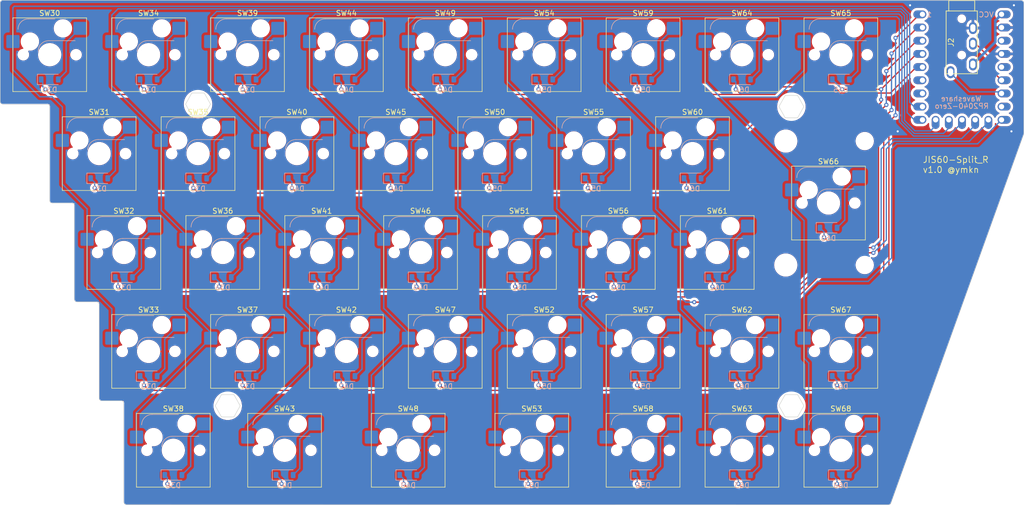
<source format=kicad_pcb>
(kicad_pcb (version 20221018) (generator pcbnew)
  (title_block (title "JIS60-Split_R PCB") (date "2023-05-29") (rev "1.0") (company "@ymkn"))
  (layers (0 "F.Cu" signal) (31 "B.Cu" signal) (34 "B.Paste" user) (35 "F.Paste" user) (36 "B.SilkS" user "B.Silkscreen") (37 "F.SilkS" user "F.Silkscreen") (38 "B.Mask" user) (39 "F.Mask" user) (44 "Edge.Cuts" user))
  (net 0 "")
  (net 1 "ROW0")
  (net 2 "Net-(D30-A)")
  (net 3 "ROW1")
  (net 4 "Net-(D31-A)")
  (net 5 "ROW2")
  (net 6 "Net-(D32-A)")
  (net 7 "ROW3")
  (net 8 "Net-(D33-A)")
  (net 9 "ROW4")
  (net 10 "Net-(D34-A)")
  (net 11 "Net-(D35-A)")
  (net 12 "Net-(D36-A)")
  (net 13 "Net-(D37-A)")
  (net 14 "Net-(D38-A)")
  (net 15 "Net-(D39-A)")
  (net 16 "Net-(D40-A)")
  (net 17 "Net-(D41-A)")
  (net 18 "Net-(D42-A)")
  (net 19 "Net-(D43-A)")
  (net 20 "Net-(D44-A)")
  (net 21 "Net-(D45-A)")
  (net 22 "Net-(D46-A)")
  (net 23 "Net-(D47-A)")
  (net 24 "Net-(D48-A)")
  (net 25 "Net-(D49-A)")
  (net 26 "Net-(D50-A)")
  (net 27 "Net-(D51-A)")
  (net 28 "Net-(D52-A)")
  (net 29 "Net-(D53-A)")
  (net 30 "Net-(D54-A)")
  (net 31 "Net-(D55-A)")
  (net 32 "Net-(D56-A)")
  (net 33 "Net-(D57-A)")
  (net 34 "Net-(D58-A)")
  (net 35 "SDA")
  (net 36 "VCC")
  (net 37 "Data_SCL")
  (net 38 "GND")
  (net 39 "COL0")
  (net 40 "COL1")
  (net 41 "COL2")
  (net 42 "COL3")
  (net 43 "COL4")
  (net 44 "COL5")
  (net 45 "Net-(D59-A)")
  (net 46 "Net-(D60-A)")
  (net 47 "COL6")
  (net 48 "COL7")
  (net 49 "Net-(D61-A)")
  (net 50 "Net-(D62-A)")
  (net 51 "Net-(D63-A)")
  (net 52 "Net-(D64-A)")
  (net 53 "Net-(D65-A)")
  (net 54 "Net-(D66-A)")
  (net 55 "Net-(D67-A)")
  (net 56 "Net-(D68-A)")
  (footprint "Switch_Keyboard_Hotswap_Kailh:SW_Hotswap_Kailh_MX_1.00u" (layer "F.Cu") (at 100.0125 52.3875)
    (fp_text reference "SW45")
    (fp_text value "SW_Push")
  )
  (footprint "Switch_Keyboard_Hotswap_Kailh:SW_Hotswap_Kailh_MX_1.00u" (layer "F.Cu") (at 147.6375 33.3375)
    (fp_text reference "SW59")
    (fp_text value "SW_Push")
  )
  (footprint "Switch_Keyboard_Hotswap_Kailh:SW_Hotswap_Kailh_MX_1.00u" (layer "F.Cu") (at 185.7375 109.5375)
    (fp_text reference "SW68")
    (fp_text value "SW_Push")
  )
  (footprint "Switch_Keyboard_Hotswap_Kailh:SW_Hotswap_Kailh_MX_1.00u" (layer "F.Cu") (at 185.7375 33.3375)
    (fp_text reference "SW65")
    (fp_text value "SW_Push")
  )
  (footprint "Switch_Keyboard_Hotswap_Kailh:SW_Hotswap_Kailh_MX_1.00u" (layer "F.Cu") (at 161.925 71.4375)
    (fp_text reference "SW61")
    (fp_text value "SW_Push")
  )
  (footprint "Switch_Keyboard_Hotswap_Kailh:SW_Hotswap_Kailh_MX_1.00u" (layer "F.Cu") (at 80.9625 52.3875)
    (fp_text reference "SW40")
    (fp_text value "SW_Push")
  )
  (footprint "kbd_Hole:m2_Spacer_Hole_hex" (layer "F.Cu") (at 67.6275 100.965)
    (fp_text reference "Ref**")
    (fp_text value "Val**")
    (fp_line (start -2.4 0) (end -1.2 2.15) (stroke (width 0.1)) (layer "Edge.Cuts"))
    (fp_line (start -1.2 -2.15) (end -2.4 0) (stroke (width 0.1)) (layer "Edge.Cuts"))
    (fp_line (start -1.2 2.15) (end 1.2 2.15) (stroke (width 0.1)) (layer "Edge.Cuts"))
    (fp_line (start 1.2 -2.15) (end -1.2 -2.15) (stroke (width 0.1)) (layer "Edge.Cuts"))
    (fp_line (start 1.2 2.15) (end 2.4 0) (stroke (width 0.1)) (layer "Edge.Cuts"))
    (fp_line (start 2.4 0) (end 1.2 -2.15) (stroke (width 0.1)) (layer "Edge.Cuts"))
  )
  (footprint "Switch_Keyboard_Hotswap_Kailh:SW_Hotswap_Kailh_MX_1.00u" (layer "F.Cu") (at 185.7375 90.4875)
    (fp_text reference "SW67")
    (fp_text value "SW_Push")
  )
  (footprint "Switch_Keyboard_Hotswap_Kailh:SW_Hotswap_Kailh_MX_1.00u" (layer "F.Cu") (at 90.4875 90.4875)
    (fp_text reference "SW42")
    (fp_text value "SW_Push")
  )
  (footprint "Switch_Keyboard_Hotswap_Kailh:SW_Hotswap_Kailh_MX_1.00u" (layer "F.Cu") (at 166.6875 90.4875)
    (fp_text reference "SW62")
    (fp_text value "SW_Push")
  )
  (footprint "Switch_Keyboard_Hotswap_Kailh:SW_Hotswap_Kailh_MX_1.00u" (layer "F.Cu") (at 119.0625 52.3875)
    (fp_text reference "SW50")
    (fp_text value "SW_Push")
  )
  (footprint "Switch_Keyboard_Hotswap_Kailh:SW_Hotswap_Kailh_MX_1.00u" (layer "F.Cu") (at 104.775 71.4375)
    (fp_text reference "SW46")
    (fp_text value "SW_Push")
  )
  (footprint "Switch_Keyboard_Hotswap_Kailh:SW_Hotswap_Kailh_MX_1.00u" (layer "F.Cu") (at 85.725 71.4375)
    (fp_text reference "SW41")
    (fp_text value "SW_Push")
  )
  (footprint "Switch_Keyboard_Hotswap_Kailh:SW_Hotswap_Kailh_MX_1.25u" (layer "F.Cu") (at 102.39375 109.5375)
    (fp_text reference "SW48")
    (fp_text value "SW_Push")
  )
  (footprint "Switch_Keyboard_Hotswap_Kailh:SW_Hotswap_Kailh_MX_1.00u" (layer "F.Cu") (at 166.6875 33.3375)
    (fp_text reference "SW64")
    (fp_text value "SW_Push")
  )
  (footprint "Switch_Keyboard_Hotswap_Kailh:SW_Hotswap_Kailh_MX_1.00u" (layer "F.Cu") (at 57.15 109.5375)
    (fp_text reference "SW38")
    (fp_text value "SW_Push")
  )
  (footprint "Switch_Keyboard_Hotswap_Kailh:SW_Hotswap_Kailh_MX_1.00u" (layer "F.Cu") (at 42.8625 52.3875)
    (fp_text reference "SW31")
    (fp_text value "SW_Push")
  )
  (footprint "Switch_Keyboard_Hotswap_Kailh:SW_Hotswap_Kailh_MX_1.00u" (layer "F.Cu") (at 33.3375 33.3375)
    (fp_text reference "SW30")
    (fp_text value "SW_Push")
  )
  (footprint "Switch_Keyboard_Hotswap_Kailh:SW_Hotswap_Kailh_MX_1.00u" (layer "F.Cu") (at 71.4375 90.4875)
    (fp_text reference "SW37")
    (fp_text value "SW_Push")
  )
  (footprint "Switch_Keyboard_Hotswap_Kailh:SW_Hotswap_Kailh_MX_1.00u" (layer "F.Cu") (at 128.5875 33.3375)
    (fp_text reference "SW54")
    (fp_text value "SW_Push")
  )
  (footprint "Switch_Keyboard_Hotswap_Kailh:SW_Hotswap_Kailh_MX_1.00u" (layer "F.Cu") (at 52.3875 33.3375)
    (fp_text reference "SW34")
    (fp_text value "SW_Push")
  )
  (footprint "Switch_Keyboard_Hotswap_Kailh:SW_Hotswap_Kailh_MX_1.00u" (layer "F.Cu") (at 66.675 71.4375)
    (fp_text reference "SW36")
    (fp_text value "SW_Push")
  )
  (footprint "Switch_Keyboard_Hotswap_Kailh:SW_Hotswap_Kailh_MX_1.00u" (layer "F.Cu") (at 157.1625 52.3875)
    (fp_text reference "SW60")
    (fp_text value "SW_Push")
  )
  (footprint "Switch_Keyboard_Hotswap_Kailh:SW_Hotswap_Kailh_MX_1.00u" (layer "F.Cu") (at 109.5375 33.3375)
    (fp_text reference "SW49")
    (fp_text value "SW_Push")
  )
  (footprint "Switch_Keyboard_Hotswap_Kailh:SW_Hotswap_Kailh_MX_1.00u" (layer "F.Cu") (at 109.5375 90.4875)
    (fp_text reference "SW47")
    (fp_text value "SW_Push")
  )
  (footprint "Switch_Keyboard_Hotswap_Kailh:SW_Hotswap_Kailh_MX_1.00u" (layer "F.Cu") (at 147.6375 109.5375)
    (fp_text reference "SW58")
    (fp_text value "SW_Push")
  )
  (footprint "Switch_Keyboard_Hotswap_Kailh:SW_Hotswap_Kailh_MX_1.25u" (layer "F.Cu") (at 78.58125 109.5375)
    (fp_text reference "SW43")
    (fp_text value "SW_Push")
  )
  (footprint "kbd_Hole:m2_Spacer_Hole_hex" (layer "F.Cu") (at 61.9125 42.8625)
    (fp_text reference "Ref**")
    (fp_text value "Val**")
    (fp_line (start -2.4 0) (end -1.2 2.15) (stroke (width 0.1)) (layer "Edge.Cuts"))
    (fp_line (start -1.2 -2.15) (end -2.4 0) (stroke (width 0.1)) (layer "Edge.Cuts"))
    (fp_line (start -1.2 2.15) (end 1.2 2.15) (stroke (width 0.1)) (layer "Edge.Cuts"))
    (fp_line (start 1.2 -2.15) (end -1.2 -2.15) (stroke (width 0.1)) (layer "Edge.Cuts"))
    (fp_line (start 1.2 2.15) (end 2.4 0) (stroke (width 0.1)) (layer "Edge.Cuts"))
    (fp_line (start 2.4 0) (end 1.2 -2.15) (stroke (width 0.1)) (layer "Edge.Cuts"))
  )
  (footprint "Switch_Keyboard_Hotswap_Kailh:SW_Hotswap_Kailh_MX_1.00u" (layer "F.Cu") (at 142.875 71.4375)
    (fp_text reference "SW56")
    (fp_text value "SW_Push")
  )
  (footprint "MJ-4PP-9:MJ-4PP-9" (layer "F.Cu") (at 209.07375 30.95625 -90)
    (fp_text reference "J2")
    (fp_text value "MJ-4PP-9")
  )
  (footprint "Switch_Keyboard_Hotswap_Kailh:SW_Hotswap_Kailh_MX_1.00u" (layer "F.Cu") (at 147.6375 90.4875)
    (fp_text reference "SW57")
    (fp_text value "SW_Push")
  )
  (footprint "Switch_Keyboard_Hotswap_Kailh:SW_Hotswap_Kailh_MX_1.00u" (layer "F.Cu") (at 61.9125 52.3875)
    (fp_text reference "SW35")
    (fp_text value "SW_Push")
  )
  (footprint "Switch_Keyboard_Hotswap_Kailh:SW_Hotswap_Kailh_MX_ISOEnter" (layer "F.Cu") (at 183.35625 61.9125)
    (fp_text reference "SW66")
    (fp_text value "SW_Push")
  )
  (footprint "Switch_Keyboard_Hotswap_Kailh:SW_Hotswap_Kailh_MX_1.00u" (layer "F.Cu") (at 128.5875 90.4875)
    (fp_text reference "SW52")
    (fp_text value "SW_Push")
  )
  (footprint "Switch_Keyboard_Hotswap_Kailh:SW_Hotswap_Kailh_MX_1.00u" (layer "F.Cu") (at 47.625 71.4375)
    (fp_text reference "SW32")
    (fp_text value "SW_Push")
  )
  (footprint "kbd_Hole:m2_Spacer_Hole_hex" (layer "F.Cu") (at 176.2125 43.33875)
    (fp_text reference "Ref**")
    (fp_text value "Val**")
    (fp_line (start -2.4 0) (end -1.2 2.15) (stroke (width 0.1)) (layer "Edge.Cuts"))
    (fp_line (start -1.2 -2.15) (end -2.4 0) (stroke (width 0.1)) (layer "Edge.Cuts"))
    (fp_line (start -1.2 2.15) (end 1.2 2.15) (stroke (width 0.1)) (layer "Edge.Cuts"))
    (fp_line (start 1.2 -2.15) (end -1.2 -2.15) (stroke (width 0.1)) (layer "Edge.Cuts"))
    (fp_line (start 1.2 2.15) (end 2.4 0) (stroke (width 0.1)) (layer "Edge.Cuts"))
    (fp_line (start 2.4 0) (end 1.2 -2.15) (stroke (width 0.1)) (layer "Edge.Cuts"))
  )
  (footprint "kbd_Hole:m2_Spacer_Hole_hex" (layer "F.Cu") (at 176.2125 100.965)
    (fp_text reference "Ref**")
    (fp_text value "Val**")
    (fp_line (start -2.4 0) (end -1.2 2.15) (stroke (width 0.1)) (layer "Edge.Cuts"))
    (fp_line (start -1.2 -2.15) (end -2.4 0) (stroke (width 0.1)) (layer "Edge.Cuts"))
    (fp_line (start -1.2 2.15) (end 1.2 2.15) (stroke (width 0.1)) (layer "Edge.Cuts"))
    (fp_line (start 1.2 -2.15) (end -1.2 -2.15) (stroke (width 0.1)) (layer "Edge.Cuts"))
    (fp_line (start 1.2 2.15) (end 2.4 0) (stroke (width 0.1)) (layer "Edge.Cuts"))
    (fp_line (start 2.4 0) (end 1.2 -2.15) (stroke (width 0.1)) (layer "Edge.Cuts"))
  )
  (footprint "Switch_Keyboard_Hotswap_Kailh:SW_Hotswap_Kailh_MX_1.00u" (layer "F.Cu") (at 138.1125 52.3875)
    (fp_text reference "SW55")
    (fp_text value "SW_Push")
  )
  (footprint "Switch_Keyboard_Hotswap_Kailh:SW_Hotswap_Kailh_MX_1.25u" (layer "F.Cu") (at 126.20625 109.5375)
    (fp_text reference "SW53")
    (fp_text value "SW_Push")
  )
  (footprint "Mounting_Keyboard_Stabilizer:Stabilizer_Cherry_MX_2.00u" (layer "F.Cu") (at 183.35625 61.9125 -90)
    (fp_text reference "REF**" hide)
    (fp_text value "Stabilizer_Cherry_MX_2.00u")
  )
  (footprint "Switch_Keyboard_Hotswap_Kailh:SW_Hotswap_Kailh_MX_1.00u" (layer "F.Cu") (at 166.6875 109.5375)
    (fp_text reference "SW63")
    (fp_text value "SW_Push")
  )
  (footprint "Switch_Keyboard_Hotswap_Kailh:SW_Hotswap_Kailh_MX_1.00u" (layer "F.Cu") (at 71.4375 33.3375)
    (fp_text reference "SW39")
    (fp_text value "SW_Push")
  )
  (footprint "Switch_Keyboard_Hotswap_Kailh:SW_Hotswap_Kailh_MX_1.00u" (layer "F.Cu") (at 52.3875 90.4875)
    (fp_text reference "SW33")
    (fp_text value "SW_Push")
  )
  (footprint "Switch_Keyboard_Hotswap_Kailh:SW_Hotswap_Kailh_MX_1.00u" (layer "F.Cu") (at 123.825 71.4375)
    (fp_text reference "SW51")
    (fp_text value "SW_Push")
  )
  (footprint "Switch_Keyboard_Hotswap_Kailh:SW_Hotswap_Kailh_MX_1.00u" (layer "F.Cu") (at 90.4875 33.3375)
    (fp_text reference "SW44")
    (fp_text value "SW_Push")
  )
  (footprint "Diode_SMD:D_SOD-123" (layer "B.Cu") (at 147.6375 114.3)
    (fp_text reference "D58")
    (fp_text value "1N4148W")
  )
  (footprint "Diode_SMD:D_SOD-123" (layer "B.Cu") (at 185.7375 38.1)
    (fp_text reference "D65")
    (fp_text value "1N4148W")
  )
  (footprint "Diode_SMD:D_SOD-123" (layer "B.Cu") (at 42.8625 57.15)
    (fp_text reference "D31")
    (fp_text value "1N4148W")
  )
  (footprint "Diode_SMD:D_SOD-123" (layer "B.Cu") (at 90.4875 38.1)
    (fp_text reference "D44")
    (fp_text value "1N4148W")
  )
  (footprint "Diode_SMD:D_SOD-123" (layer "B.Cu") (at 147.6375 38.1)
    (fp_text reference "D59")
    (fp_text value "1N4148W")
  )
  (footprint "Diode_SMD:D_SOD-123" (layer "B.Cu") (at 183.35625 66.675)
    (fp_text reference "D66")
    (fp_text value "1N4148W")
  )
  (footprint "Diode_SMD:D_SOD-123" (layer "B.Cu") (at 90.4875 95.25)
    (fp_text reference "D42")
    (fp_text value "1N4148W")
  )
  (footprint "Diode_SMD:D_SOD-123" (layer "B.Cu") (at 142.875 76.2)
    (fp_text reference "D56")
    (fp_text value "1N4148W")
  )
  (footprint "Diode_SMD:D_SOD-123" (layer "B.Cu") (at 57.15 114.3)
    (fp_text reference "D38")
    (fp_text value "1N4148W")
  )
  (footprint "Diode_SMD:D_SOD-123" (layer "B.Cu") (at 47.625 76.2)
    (fp_text reference "D32")
    (fp_text value "1N4148W")
  )
  (footprint "Diode_SMD:D_SOD-123" (layer "B.Cu") (at 71.4375 38.1)
    (fp_text reference "D39")
    (fp_text value "1N4148W")
  )
  (footprint "Diode_SMD:D_SOD-123" (layer "B.Cu") (at 166.6875 114.3)
    (fp_text reference "D63")
    (fp_text value "1N4148W")
  )
  (footprint "Diode_SMD:D_SOD-123" (layer "B.Cu") (at 161.925 76.2)
    (fp_text reference "D61")
    (fp_text value "1N4148W")
  )
  (footprint "Diode_SMD:D_SOD-123" (layer "B.Cu") (at 102.39375 114.3)
    (fp_text reference "D48")
    (fp_text value "1N4148W")
  )
  (footprint "Diode_SMD:D_SOD-123" (layer "B.Cu") (at 126.20625 114.3)
    (fp_text reference "D53")
    (fp_text value "1N4148W")
  )
  (footprint "Diode_SMD:D_SOD-123" (layer "B.Cu") (at 109.5375 38.1)
    (fp_text reference "D49")
    (fp_text value "1N4148W")
  )
  (footprint "Diode_SMD:D_SOD-123" (layer "B.Cu") (at 166.6875 95.25)
    (fp_text reference "D62")
    (fp_text value "1N4148W")
  )
  (footprint "Diode_SMD:D_SOD-123" (layer "B.Cu") (at 71.4375 95.25)
    (fp_text reference "D37")
    (fp_text value "1N4148W")
  )
  (footprint "Diode_SMD:D_SOD-123" (layer "B.Cu") (at 33.3375 38.1)
    (fp_text reference "D30")
    (fp_text value "1N4148W")
  )
  (footprint "Diode_SMD:D_SOD-123" (layer "B.Cu") (at 100.0125 57.15)
    (fp_text reference "D45")
    (fp_text value "1N4148W")
  )
  (footprint "Diode_SMD:D_SOD-123" (layer "B.Cu") (at 109.5375 95.25)
    (fp_text reference "D47")
    (fp_text value "1N4148W")
  )
  (footprint "Diode_SMD:D_SOD-123" (layer "B.Cu") (at 80.9625 57.15)
    (fp_text reference "D40")
    (fp_text value "1N4148W")
  )
  (footprint "Diode_SMD:D_SOD-123" (layer "B.Cu") (at 66.675 76.2)
    (fp_text reference "D36")
    (fp_text value "1N4148W")
  )
  (footprint "Diode_SMD:D_SOD-123" (layer "B.Cu") (at 166.6875 38.1)
    (fp_text reference "D64")
    (fp_text value "1N4148W")
  )
  (footprint "Diode_SMD:D_SOD-123" (layer "B.Cu") (at 185.7375 114.3)
    (fp_text reference "D68")
    (fp_text value "1N4148W")
  )
  (footprint "Diode_SMD:D_SOD-123" (layer "B.Cu") (at 138.1125 57.15)
    (fp_text reference "D55")
    (fp_text value "1N4148W")
  )
  (footprint "Diode_SMD:D_SOD-123" (layer "B.Cu") (at 157.1625 57.15)
    (fp_text reference "D60")
    (fp_text value "1N4148W")
  )
  (footprint "Diode_SMD:D_SOD-123" (layer "B.Cu") (at 104.775 76.2)
    (fp_text reference "D46")
    (fp_text value "1N4148W")
  )
  (footprint "Diode_SMD:D_SOD-123" (layer "B.Cu") (at 123.825 76.2)
    (fp_text reference "D51")
    (fp_text value "1N4148W")
  )
  (footprint "Diode_SMD:D_SOD-123" (layer "B.Cu") (at 128.5875 38.1)
    (fp_text reference "D54")
    (fp_text value "1N4148W")
  )
  (footprint "Diode_SMD:D_SOD-123" (layer "B.Cu") (at 78.58125 114.3)
    (fp_text reference "D43")
    (fp_text value "1N4148W")
  )
  (footprint "Diode_SMD:D_SOD-123" (layer "B.Cu") (at 185.7375 95.25)
    (fp_text reference "D67")
    (fp_text value "1N4148W")
  )
  (footprint "Diode_SMD:D_SOD-123" (layer "B.Cu") (at 119.0625 57.15)
    (fp_text reference "D50")
    (fp_text value "1N4148W")
  )
  (footprint "Diode_SMD:D_SOD-123" (layer "B.Cu") (at 61.9125 57.15)
    (fp_text reference "D35")
    (fp_text value "1N4148W")
  )
  (footprint "Diode_SMD:D_SOD-123" (layer "B.Cu") (at 128.5875 95.25)
    (fp_text reference "D52")
    (fp_text value "1N4148W")
  )
  (footprint "Diode_SMD:D_SOD-123" (layer "B.Cu") (at 147.6375 95.25)
    (fp_text reference "D57")
    (fp_text value "1N4148W")
  )
  (footprint "mcu:rp2040-zero-tht" (layer "B.Cu") (at 209.07375 35.71875 180)
    (fp_text reference "U2" hide)
    (fp_text value "rp2040-zero" hide)
  )
  (footprint "Diode_SMD:D_SOD-123" (layer "B.Cu") (at 85.725 76.2)
    (fp_text reference "D41")
    (fp_text value "1N4148W")
  )
  (footprint "Diode_SMD:D_SOD-123" (layer "B.Cu") (at 52.3875 95.25)
    (fp_text reference "D33")
    (fp_text value "1N4148W")
  )
  (footprint "Diode_SMD:D_SOD-123" (layer "B.Cu") (at 52.3875 38.1)
    (fp_text reference "D34")
    (fp_text value "1N4148W")
  )
  (gr_arc (start 43.362469 100.000655) (mid 43.008916 99.854208) (end 42.862469 99.500655) (stroke (width 0.1)) (layer "Edge.Cuts"))
  (gr_arc (start 42.362469 80.950655) (mid 42.716022 81.097102) (end 42.862469 81.450655) (stroke (width 0.1)) (layer "Edge.Cuts"))
  (gr_line (start 194.915785 120.026848) (end 48.124969 120.003155) (stroke (width 0.1)) (layer "Edge.Cuts"))
  (gr_arc (start 37.623719 61.900655) (mid 37.960493 62.040131) (end 38.099969 62.376905) (stroke (width 0.1)) (layer "Edge.Cuts"))
  (gr_line (start 42.862469 81.450655) (end 42.862469 99.500655) (stroke (width 0.1)) (layer "Edge.Cuts"))
  (gr_arc (start 220.48003 22.871844) (mid 220.833551 23.018315) (end 220.979969 23.371844) (stroke (width 0.1)) (layer "Edge.Cuts"))
  (gr_arc (start 220.979954 48.502161) (mid 220.972519 48.588105) (end 220.950423 48.671493) (stroke (width 0.1)) (layer "Edge.Cuts"))
  (gr_arc (start 24.288719 42.850655) (mid 23.951945 42.711179) (end 23.812469 42.374405) (stroke (width 0.1)) (layer "Edge.Cuts"))
  (gr_line (start 47.624969 100.500655) (end 47.624969 119.503155) (stroke (width 0.1)) (layer "Edge.Cuts"))
  (gr_line (start 23.812469 23.348155) (end 23.812469 42.374405) (stroke (width 0.1)) (layer "Edge.Cuts"))
  (gr_line (start 33.813719 61.900655) (end 37.623719 61.900655) (stroke (width 0.1)) (layer "Edge.Cuts"))
  (gr_arc (start 23.812469 23.348156) (mid 23.958916 22.994602) (end 24.31247 22.848155) (stroke (width 0.1)) (layer "Edge.Cuts"))
  (gr_line (start 24.288719 42.850655) (end 32.861219 42.850655) (stroke (width 0.1)) (layer "Edge.Cuts"))
  (gr_arc (start 195.386349 119.69619) (mid 195.203362 119.935944) (end 194.915785 120.026848) (stroke (width 0.1)) (layer "Edge.Cuts"))
  (gr_line (start 38.099969 62.376905) (end 38.099969 80.450655) (stroke (width 0.1)) (layer "Edge.Cuts"))
  (gr_arc (start 33.813719 61.900655) (mid 33.476945 61.761179) (end 33.337469 61.424405) (stroke (width 0.1)) (layer "Edge.Cuts"))
  (gr_line (start 220.979969 48.502161) (end 220.979969 23.371844) (stroke (width 0.1)) (layer "Edge.Cuts"))
  (gr_line (start 195.38632 119.69618) (end 220.950423 48.671493) (stroke (width 0.1)) (layer "Edge.Cuts"))
  (gr_arc (start 47.124969 100.000655) (mid 47.478522 100.147102) (end 47.624969 100.500655) (stroke (width 0.1)) (layer "Edge.Cuts"))
  (gr_arc (start 48.124969 120.003155) (mid 47.771416 119.856708) (end 47.624969 119.503155) (stroke (width 0.1)) (layer "Edge.Cuts"))
  (gr_line (start 38.599969 80.950655) (end 42.362469 80.950655) (stroke (width 0.1)) (layer "Edge.Cuts"))
  (gr_line (start 33.337469 43.326905) (end 33.337469 61.424405) (stroke (width 0.1)) (layer "Edge.Cuts"))
  (gr_arc (start 38.599969 80.950655) (mid 38.246416 80.804208) (end 38.099969 80.450655) (stroke (width 0.1)) (layer "Edge.Cuts"))
  (gr_arc (start 32.861219 42.850655) (mid 33.197993 42.990131) (end 33.337469 43.326905) (stroke (width 0.1)) (layer "Edge.Cuts"))
  (gr_line (start 43.362469 100.000655) (end 47.124969 100.000655) (stroke (width 0.1)) (layer "Edge.Cuts"))
  (gr_line (start 24.31247 22.848155) (end 220.48003 22.871844) (stroke (width 0.1)) (layer "Edge.Cuts"))
  (gr_text "Waveshare" (at 212.88375 42.38625) (layer "B.SilkS") (effects (font (size 1 1)) (justify left bottom mirror)))
  (gr_text "VCC" (at 215.265 26.19375) (layer "B.SilkS") (effects (font (size 1 1)) (justify left bottom mirror)))
  (gr_text "1" (at 203.35875 26.19375) (layer "B.SilkS") (effects (font (size 1 1)) (justify left bottom mirror)))
  (gr_text "RP2040-Zero" (at 214.3125 43.815) (layer "B.SilkS") (effects (font (size 1 1)) (justify left bottom mirror)))
  (gr_text "JIS60-Split_R\nv1.0 @ymkn" (at 201.45375 56.1975) (layer "F.SilkS") (effects (font (size 1.2 1.2)) (justify left bottom)))
  (segment (start 90.5 41) (end 89.5 40) (width 0.25) (layer "F.Cu") (net 1))
  (segment (start 174.47125 39.52875) (end 173 41) (width 0.25) (layer "F.Cu") (net 1))
  (segment (start 173 41) (end 166.5 41) (width 0.25) (layer "F.Cu") (net 1))
  (segment (start 161.015 41) (end 159.54375 39.52875) (width 0.25) (layer "F.Cu") (net 1))
  (segment (start 159.54375 39.52875) (end 154.78125 39.52875) (width 0.25) (layer "F.Cu") (net 1))
  (segment (start 200.28125 35.71875) (end 195.275 40.725) (width 0.25) (layer "F.Cu") (net 1))
  (segment (start 166.5 41) (end 161.015 41) (width 0.25) (layer "F.Cu") (net 1))
  (segment (start 147.5 41) (end 128.5 41) (width 0.25) (layer "F.Cu") (net 1))
  (segment (start 153.31 41) (end 147.5 41) (width 0.25) (layer "F.Cu") (net 1))
  (segment (start 71.5 41) (end 70.5 40) (width 0.25) (layer "F.Cu") (net 1))
  (segment (start 58.53625 41) (end 52.5 41) (width 0.25) (layer "F.Cu") (net 1))
  (segment (start 185.699695 40.725) (end 184.503445 39.52875) (width 0.25) (layer "F.Cu") (net 1))
  (segment (start 65.24625 40.9575) (end 63.8175 39.52875) (width 0.25) (layer "F.Cu") (net 1))
  (segment (start 195.275 40.725) (end 185.699695 40.725) (width 0.25) (layer "F.Cu") (net 1))
  (segment (start 60.0075 39.52875) (end 58.53625 41) (width 0.25) (layer "F.Cu") (net 1))
  (segment (start 201.45375 35.71875) (end 200.28125 35.71875) (width 0.25) (layer "F.Cu") (net 1))
  (segment (start 147.5 41) (end 146.5 40) (width 0.25) (layer "F.Cu") (net 1))
  (segment (start 71.4575 40.9575) (end 65.24625 40.9575) (width 0.25) (layer "F.Cu") (net 1))
  (segment (start 71.5 41) (end 71.4575 40.9575) (width 0.25) (layer "F.Cu") (net 1))
  (segment (start 128.5 41) (end 109.5 41) (width 0.25) (layer "F.Cu") (net 1))
  (segment (start 166.5 41) (end 165.5 40) (width 0.25) (layer "F.Cu") (net 1))
  (segment (start 109.5 41) (end 90.5 41) (width 0.25) (layer "F.Cu") (net 1))
  (segment (start 184.503445 39.52875) (end 174.47125 39.52875) (width 0.25) (layer "F.Cu") (net 1))
  (segment (start 154.78125 39.52875) (end 153.31 41) (width 0.25) (layer "F.Cu") (net 1))
  (segment (start 63.8175 39.52875) (end 60.0075 39.52875) (width 0.25) (layer "F.Cu") (net 1))
  (segment (start 52.5 41) (end 51.5 40) (width 0.25) (layer "F.Cu") (net 1))
  (segment (start 52.5 41) (end 33.5 41) (width 0.25) (layer "F.Cu") (net 1))
  (segment (start 33.5 41) (end 32.5 40) (width 0.25) (layer "F.Cu") (net 1))
  (segment (start 90.5 41) (end 71.5 41) (width 0.25) (layer "F.Cu") (net 1))
  (segment (start 109.5 41) (end 108.5 40) (width 0.25) (layer "F.Cu") (net 1))
  (segment (start 128.5 41) (end 127.5 40) (width 0.25) (layer "F.Cu") (net 1))
  (via (at 51.5 40) (size 0.8) (drill 0.4) (layers "F.Cu" "B.Cu") (net 1))
  (via (at 165.5 40) (size 0.8) (drill 0.4) (layers "F.Cu" "B.Cu") (net 1))
  (via (at 127.5 40) (size 0.8) (drill 0.4) (layers "F.Cu" "B.Cu") (net 1))
  (via (at 146.5 40) (size 0.8) (drill 0.4) (layers "F.Cu" "B.Cu") (net 1))
  (via (at 108.5 40) (size 0.8) (drill 0.4) (layers "F.Cu" "B.Cu") (net 1))
  (via (at 32.5 40) (size 0.8) (drill 0.4) (layers "F.Cu" "B.Cu") (net 1))
  (via (at 70.5 40) (size 0.8) (drill 0.4) (layers "F.Cu" "B.Cu") (net 1))
  (via (at 89.5 40) (size 0.8) (drill 0.4) (layers "F.Cu" "B.Cu") (net 1))
  (segment (start 32.5 40) (end 32 39.5) (width 0.25) (layer "B.Cu") (net 1))
  (segment (start 70.5 40) (end 70.5 38.8125) (width 0.25) (layer "B.Cu") (net 1))
  (segment (start 127.5 38.6625) (end 126.9375 38.1) (width 0.25) (layer "B.Cu") (net 1))
  (segment (start 146.5 40) (end 146.5 38.6125) (width 0.25) (layer "B.Cu") (net 1))
  (segment (start 89.5 38.7625) (end 88.8375 38.1) (width 0.25) (layer "B.Cu") (net 1))
  (segment (start 108.5 40) (end 108.5 38.7125) (width 0.25) (layer "B.Cu") (net 1))
  (segment (start 70.5 38.8125) (end 69.7875 38.1) (width 0.25) (layer "B.Cu") (net 1))
  (segment (start 51 39.5) (end 51 38.3625) (width 0.25) (layer "B.Cu") (net 1))
  (segment (start 165.5 40) (end 165.5 38.5625) (width 0.25) (layer "B.Cu") (net 1))
  (segment (start 51 38.3625) (end 50.7375 38.1) (width 0.25) (layer "B.Cu") (net 1))
  (segment (start 108.5 38.7125) (end 107.8875 38.1) (width 0.25) (layer "B.Cu") (net 1))
  (segment (start 146.5 38.6125) (end 145.9875 38.1) (width 0.25) (layer "B.Cu") (net 1))
  (segment (start 89.5 40) (end 89.5 38.7625) (width 0.25) (layer "B.Cu") (net 1))
  (segment (start 32 38.4125) (end 31.6875 38.1) (width 0.25) (layer "B.Cu") (net 1))
  (segment (start 165.5 38.5625) (end 165.0375 38.1) (width 0.25) (layer "B.Cu") (net 1))
  (segment (start 51.5 40) (end 51 39.5) (width 0.25) (layer "B.Cu") (net 1))
  (segment (start 32 39.5) (end 32 38.4125) (width 0.25) (layer "B.Cu") (net 1))
  (segment (start 127.5 40) (end 127.5 38.6625) (width 0.25) (layer "B.Cu") (net 1))
  (segment (start 36.5 36.5875) (end 34.9875 38.1) (width 0.25) (layer "B.Cu") (net 2))
  (segment (start 39.1795 28.2575) (end 36.5 30.937) (width 0.25) (layer "B.Cu") (net 2))
  (segment (start 36.5 30.937) (end 36.5 36.5875) (width 0.25) (layer "B.Cu") (net 2))
  (segment (start 193.5 42.5) (end 189.3275 46.6725) (width 0.25) (layer "F.Cu") (net 3))
  (segment (start 100 60) (end 81 60) (width 0.25) (layer "F.Cu") (net 3))
  (segment (start 81 60) (end 62 60) (width 0.25) (layer "F.Cu") (net 3))
  (segment (start 119 60) (end 118 59) (width 0.25) (layer "F.Cu") (net 3))
  (segment (start 166 59) (end 165 60) (width 0.25) (layer "F.Cu") (net 3))
  (segment (start 201.45375 33.17875) (end 200.32125 33.17875) (width 0.25) (layer "F.Cu") (net 3))
  (segment (start 200.32125 33.17875) (end 193.5 40) (width 0.25) (layer "F.Cu") (net 3))
  (segment (start 62 60) (end 61 59) (width 0.25) (layer "F.Cu") (net 3))
  (segment (start 81 60) (end 80 59) (width 0.25) (layer "F.Cu") (net 3))
  (segment (start 165 60) (end 157 60) (width 0.25) (layer "F.Cu") (net 3))
  (segment (start 43 60) (end 42 59) (width 0.25) (layer "F.Cu") (net 3))
  (segment (start 189.3275 46.6725) (end 168.8275 46.6725) (width 0.25) (layer "F.Cu") (net 3))
  (segment (start 100 60) (end 99 59) (width 0.25) (layer "F.Cu") (net 3))
  (segment (start 166 49.5) (end 166 59) (width 0.25) (layer "F.Cu") (net 3))
  (segment (start 157 60) (end 138 60) (width 0.25) (layer "F.Cu") (net 3))
  (segment (start 62 60) (end 43 60) (width 0.25) (layer "F.Cu") (net 3))
  (segment (start 138 60) (end 119 60) (width 0.25) (layer "F.Cu") (net 3))
  (segment (start 193.5 42) (end 193.5 42.5) (width 0.25) (layer "F.Cu") (net 3))
  (segment (start 193.5 40) (end 186 40) (width 0.25) (layer "F.Cu") (net 3))
  (segment (start 138 60) (end 137 59) (width 0.25) (layer "F.Cu") (net 3))
  (segment (start 119 60) (end 100 60) (width 0.25) (layer "F.Cu") (net 3))
  (segment (start 168.8275 46.6725) (end 166 49.5) (width 0.25) (layer "F.Cu") (net 3))
  (segment (start 157 60) (end 156 59) (width 0.25) (layer "F.Cu") (net 3))
  (via (at 137 59) (size 0.8) (drill 0.4) (layers "F.Cu" "B.Cu") (net 3))
  (via (at 118 59) (size 0.8) (drill 0.4) (layers "F.Cu" "B.Cu") (net 3))
  (via (at 61 59) (size 0.8) (drill 0.4) (layers "F.Cu" "B.Cu") (net 3))
  (via (at 156 59) (size 0.8) (drill 0.4) (layers "F.Cu" "B.Cu") (net 3))
  (via (at 186 40) (size 0.8) (drill 0.4) (layers "F.Cu" "B.Cu") (net 3))
  (via (at 42 59) (size 0.8) (drill 0.4) (layers "F.Cu" "B.Cu") (net 3))
  (via (at 193.5 40) (size 0.8) (drill 0.4) (layers "F.Cu" "B.Cu") (net 3))
  (via (at 99 59) (size 0.8) (drill 0.4) (layers "F.Cu" "B.Cu") (net 3))
  (via (at 193.5 42) (size 0.8) (drill 0.4) (layers "F.Cu" "B.Cu") (net 3))
  (via (at 80 59) (size 0.8) (drill 0.4) (layers "F.Cu" "B.Cu") (net 3))
  (segment (start 42 59) (end 42 57.9375) (width 0.25) (layer "B.Cu") (net 3))
  (segment (start 118 57.7375) (end 117.4125 57.15) (width 0.25) (layer "B.Cu") (net 3))
  (segment (start 137 57.6875) (end 136.4625 57.15) (width 0.25) (layer "B.Cu") (net 3))
  (segment (start 185.9875 40) (end 184.0875 38.1) (width 0.25) (layer "B.Cu") (net 3))
  (segment (start 80 57.8375) (end 79.3125 57.15) (width 0.25) (layer "B.Cu") (net 3))
  (segment (start 61 57.8875) (end 60.2625 57.15) (width 0.25) (layer "B.Cu") (net 3))
  (segment (start 99 59) (end 99 57.7875) (width 0.25) (layer "B.Cu") (net 3))
  (segment (start 118 59) (end 118 57.7375) (width 0.25) (layer "B.Cu") (net 3))
  (segment (start 99 57.7875) (end 98.3625 57.15) (width 0.25) (layer "B.Cu") (net 3))
  (segment (start 61 59) (end 61 57.8875) (width 0.25) (layer "B.Cu") (net 3))
  (segment (start 156 57.6375) (end 155.5125 57.15) (width 0.25) (layer "B.Cu") (net 3))
  (segment (start 137 59) (end 137 57.6875) (width 0.25) (layer "B.Cu") (net 3))
  (segment (start 156 59) (end 156 57.6375) (width 0.25) (layer "B.Cu") (net 3))
  (segment (start 80 59) (end 80 57.8375) (width 0.25) (layer "B.Cu") (net 3))
  (segment (start 186 40) (end 185.9875 40) (width 0.25) (layer "B.Cu") (net 3))
  (segment (start 193.5 40) (end 193.5 42) (width 0.25) (layer "B.Cu") (net 3))
  (segment (start 42 57.9375) (end 41.2125 57.15) (width 0.25) (layer "B.Cu") (net 3))
  (segment (start 46 55.6625) (end 44.5125 57.15) (width 0.25) (layer "B.Cu") (net 4))
  (segment (start 48.7045 47.3075) (end 46 50.012) (width 0.25) (layer "B.Cu") (net 4))
  (segment (start 46 50.012) (end 46 55.6625) (width 0.25) (layer "B.Cu") (net 4))
  (segment (start 67 79) (end 47.5 79) (width 0.25) (layer "F.Cu") (net 5))
  (segment (start 194.5 43) (end 193 44.5) (width 0.25) (layer "F.Cu") (net 5))
  (segment (start 86 79) (end 85 78) (width 0.25) (layer "F.Cu") (net 5))
  (segment (start 67 79) (end 66 78) (width 0.25) (layer "F.Cu") (net 5))
  (segment (start 162 79) (end 143 79) (width 0.25) (layer "F.Cu") (net 5))
  (segment (start 183.5 69.5) (end 182.5 68.5) (width 0.25) (layer "F.Cu") (net 5))
  (segment (start 200.36375 30.63875) (end 201.45375 30.63875) (width 0.25) (layer "F.Cu") (net 5))
  (segment (start 86 79) (end 67 79) (width 0.25) (layer "F.Cu") (net 5))
  (segment (start 143 79) (end 142 78) (width 0.25) (layer "F.Cu") (net 5))
  (segment (start 47.5 79) (end 46.5 78) (width 0.25) (layer "F.Cu") (net 5))
  (segment (start 105 79) (end 104 78) (width 0.25) (layer "F.Cu") (net 5))
  (segment (start 186 69.5) (end 176.5 79) (width 0.25) (layer "F.Cu") (net 5))
  (segment (start 143 79) (end 124 79) (width 0.25) (layer "F.Cu") (net 5))
  (segment (start 193 68.5) (end 192 69.5) (width 0.25) (layer "F.Cu") (net 5))
  (segment (start 192 69.5) (end 183.5 69.5) (width 0.25) (layer "F.Cu") (net 5))
  (segment (start 194.5 36.5025) (end 200.36375 30.63875) (width 0.25) (layer "F.Cu") (net 5))
  (segment (start 105 79) (end 86 79) (width 0.25) (layer "F.Cu") (net 5))
  (segment (start 162 79) (end 161 78) (width 0.25) (layer "F.Cu") (net 5))
  (segment (start 193 44.5) (end 193 68.5) (width 0.25) (layer "F.Cu") (net 5))
  (segment (start 176.5 79) (end 162 79) (width 0.25) (layer "F.Cu") (net 5))
  (segment (start 124 79) (end 105 79) (width 0.25) (layer "F.Cu") (net 5))
  (segment (start 124 79) (end 123 78) (width 0.25) (layer "F.Cu") (net 5))
  (via (at 182.5 68.5) (size 0.8) (drill 0.4) (layers "F.Cu" "B.Cu") (net 5))
  (via (at 104 78) (size 0.8) (drill 0.4) (layers "F.Cu" "B.Cu") (net 5))
  (via (at 194.5 43) (size 0.8) (drill 0.4) (layers "F.Cu" "B.Cu") (net 5))
  (via (at 194.5 36.5025) (size 0.8) (drill 0.4) (layers "F.Cu" "B.Cu") (net 5))
  (via (at 142 78) (size 0.8) (drill 0.4) (layers "F.Cu" "B.Cu") (net 5))
  (via (at 46.5 78) (size 0.8) (drill 0.4) (layers "F.Cu" "B.Cu") (net 5))
  (via (at 161 78) (size 0.8) (drill 0.4) (layers "F.Cu" "B.Cu") (net 5))
  (via (at 123 78) (size 0.8) (drill 0.4) (layers "F.Cu" "B.Cu") (net 5))
  (via (at 66 78) (size 0.8) (drill 0.4) (layers "F.Cu" "B.Cu") (net 5))
  (via (at 85 78) (size 0.8) (drill 0.4) (layers "F.Cu" "B.Cu") (net 5))
  (segment (start 142 76.975) (end 141.225 76.2) (width 0.25) (layer "B.Cu") (net 5))
  (segment (start 123 77.025) (end 122.175 76.2) (width 0.25) (layer "B.Cu") (net 5))
  (segment (start 161 76.925) (end 160.275 76.2) (width 0.25) (layer "B.Cu") (net 5))
  (segment (start 142 78) (end 142 76.975) (width 0.25) (layer "B.Cu") (net 5))
  (segment (start 46.5 76.725) (end 45.975 76.2) (width 0.25) (layer "B.Cu") (net 5))
  (segment (start 123 78) (end 123 77.025) (width 0.25) (layer "B.Cu") (net 5))
  (segment (start 194.5 36.5025) (end 194.5 43) (width 0.25) (layer "B.Cu") (net 5))
  (segment (start 66 78) (end 66 77.175) (width 0.25) (layer "B.Cu") (net 5))
  (segment (start 182.5 68.5) (end 182.5 67.46875) (width 0.25) (layer "B.Cu") (net 5))
  (segment (start 46.5 78) (end 46.5 76.725) (width 0.25) (layer "B.Cu") (net 5))
  (segment (start 85 77.125) (end 84.075 76.2) (width 0.25) (layer "B.Cu") (net 5))
  (segment (start 85 78) (end 85 77.125) (width 0.25) (layer "B.Cu") (net 5))
  (segment (start 66 77.175) (end 65.025 76.2) (width 0.25) (layer "B.Cu") (net 5))
  (segment (start 161 78) (end 161 76.925) (width 0.25) (layer "B.Cu") (net 5))
  (segment (start 104 77.075) (end 103.125 76.2) (width 0.25) (layer "B.Cu") (net 5))
  (segment (start 182.5 67.46875) (end 181.70625 66.675) (width 0.25) (layer "B.Cu") (net 5))
  (segment (start 104 78) (end 104 77.075) (width 0.25) (layer "B.Cu") (net 5))
  (segment (start 51 74.475) (end 49.275 76.2) (width 0.25) (layer "B.Cu") (net 6))
  (segment (start 53.467 66.3575) (end 51 68.8245) (width 0.25) (layer "B.Cu") (net 6))
  (segment (start 51 68.8245) (end 51 74.475) (width 0.25) (layer "B.Cu") (net 6))
  (segment (start 186 98) (end 185 97) (width 0.25) (layer "F.Cu") (net 7))
  (segment (start 167 98) (end 166 97) (width 0.25) (layer "F.Cu") (net 7))
  (segment (start 90.5 98) (end 89.5 97) (width 0.25) (layer "F.Cu") (net 7))
  (segment (start 147.5 98) (end 128.5 98) (width 0.25) (layer "F.Cu") (net 7))
  (segment (start 193.5 98) (end 186 98) (width 0.25) (layer "F.Cu") (net 7))
  (segment (start 194 97.5) (end 193.5 98) (width 0.25) (layer "F.Cu") (net 7))
  (segment (start 52.5 98) (end 51.5 97) (width 0.25) (layer "F.Cu") (net 7))
  (segment (start 90.5 98) (end 71.5 98) (width 0.25) (layer "F.Cu") (net 7))
  (segment (start 194 45.5) (end 194 97.5) (width 0.25) (layer "F.Cu") (net 7))
  (segment (start 71.5 98) (end 70.5 97) (width 0.25) (layer "F.Cu") (net 7))
  (segment (start 109.5 98) (end 108.5 97) (width 0.25) (layer "F.Cu") (net 7))
  (segment (start 128.5 98) (end 127.5 97) (width 0.25) (layer "F.Cu") (net 7))
  (segment (start 128.5 98) (end 109.5 98) (width 0.25) (layer "F.Cu") (net 7))
  (segment (start 109.5 98) (end 90.5 98) (width 0.25) (layer "F.Cu") (net 7))
  (segment (start 167 98) (end 147.5 98) (width 0.25) (layer "F.Cu") (net 7))
  (segment (start 200.50125 28.09875) (end 201.45375 28.09875) (width 0.25) (layer "F.Cu") (net 7))
  (segment (start 147.5 98) (end 146.5 97) (width 0.25) (layer "F.Cu") (net 7))
  (segment (start 195.5 44) (end 194 45.5) (width 0.25) (layer "F.Cu") (net 7))
  (segment (start 186 98) (end 167 98) (width 0.25) (layer "F.Cu") (net 7))
  (segment (start 71.5 98) (end 52.5 98) (width 0.25) (layer "F.Cu") (net 7))
  (segment (start 195.5 33.1) (end 200.50125 28.09875) (width 0.25) (layer "F.Cu") (net 7))
  (via (at 166 97) (size 0.8) (drill 0.4) (layers "F.Cu" "B.Cu") (net 7))
  (via (at 195.5 44) (size 0.8) (drill 0.4) (layers "F.Cu" "B.Cu") (net 7))
  (via (at 127.5 97) (size 0.8) (drill 0.4) (layers "F.Cu" "B.Cu") (net 7))
  (via (at 51.5 97) (size 0.8) (drill 0.4) (layers "F.Cu" "B.Cu") (net 7))
  (via (at 89.5 97) (size 0.8) (drill 0.4) (layers "F.Cu" "B.Cu") (net 7))
  (via (at 146.5 97) (size 0.8) (drill 0.4) (layers "F.Cu" "B.Cu") (net 7))
  (via (at 70.5 97) (size 0.8) (drill 0.4) (layers "F.Cu" "B.Cu") (net 7))
  (via (at 195.5 33.1) (size 0.8) (drill 0.4) (layers "F.Cu" "B.Cu") (net 7))
  (via (at 108.5 97) (size 0.8) (drill 0.4) (layers "F.Cu" "B.Cu") (net 7))
  (via (at 185 97) (size 0.8) (drill 0.4) (layers "F.Cu" "B.Cu") (net 7))
  (segment (start 146.5 97) (end 146.5 95.7625) (width 0.25) (layer "B.Cu") (net 7))
  (segment (start 127.5 97) (end 127.5 95.8125) (width 0.25) (layer "B.Cu") (net 7))
  (segment (start 89.5 97) (end 89.5 95.9125) (width 0.25) (layer "B.Cu") (net 7))
  (segment (start 166 97) (end 166 96.2125) (width 0.25) (layer "B.Cu") (net 7))
  (segment (start 51.5 96.0125) (end 50.7375 95.25) (width 0.25) (layer "B.Cu") (net 7))
  (segment (start 108.5 97) (end 108.5 95.8625) (width 0.25) (layer "B.Cu") (net 7))
  (segment (start 51.5 97) (end 51.5 96.0125) (width 0.25) (layer "B.Cu") (net 7))
  (segment (start 70.5 97) (end 70.5 95.9625) (width 0.25) (layer "B.Cu") (net 7))
  (segment (start 89.5 95.9125) (end 88.8375 95.25) (width 0.25) (layer "B.Cu") (net 7))
  (segment (start 185 96.1625) (end 184.0875 95.25) (width 0.25) (layer "B.Cu") (net 7))
  (segment (start 195.5 33.1) (end 195.5 44) (width 0.25) (layer "B.Cu") (net 7))
  (segment (start 108.5 95.8625) (end 107.8875 95.25) (width 0.25) (layer "B.Cu") (net 7))
  (segment (start 70.5 95.9625) (end 69.7875 95.25) (width 0.25) (layer "B.Cu") (net 7))
  (segment (start 127.5 95.8125) (end 126.9375 95.25) (width 0.25) (layer "B.Cu") (net 7))
  (segment (start 166 96.2125) (end 165.0375 95.25) (width 0.25) (layer "B.Cu") (net 7))
  (segment (start 185 97) (end 185 96.1625) (width 0.25) (layer "B.Cu") (net 7))
  (segment (start 146.5 95.7625) (end 145.9875 95.25) (width 0.25) (layer "B.Cu") (net 7))
  (segment (start 55.5 88.137) (end 55.5 93.7875) (width 0.25) (layer "B.Cu") (net 8))
  (segment (start 55.5 93.7875) (end 54.0375 95.25) (width 0.25) (layer "B.Cu") (net 8))
  (segment (start 58.2295 85.4075) (end 55.5 88.137) (width 0.25) (layer "B.Cu") (net 8))
  (segment (start 147.5 117) (end 146.5 116) (width 0.25) (layer "F.Cu") (net 9))
  (segment (start 79 117) (end 78 116) (width 0.25) (layer "F.Cu") (net 9))
  (segment (start 200.900438 25.55875) (end 201.45375 25.55875) (width 0.25) (layer "F.Cu") (net 9))
  (segment (start 186 117) (end 185 116) (width 0.25) (layer "F.Cu") (net 9))
  (segment (start 79 117) (end 57 117) (width 0.25) (layer "F.Cu") (net 9))
  (segment (start 102.5 117) (end 79 117) (width 0.25) (layer "F.Cu") (net 9))
  (segment (start 195 46.2755) (end 195 116) (width 0.25) (layer "F.Cu") (net 9))
  (segment (start 167 117) (end 166 116) (width 0.25) (layer "F.Cu") (net 9))
  (segment (start 167 117) (end 147.5 117) (width 0.25) (layer "F.Cu") (net 9))
  (segment (start 102.5 117) (end 101.5 116) (width 0.25) (layer "F.Cu") (net 9))
  (segment (start 196.2755 45) (end 195 46.2755) (width 0.25) (layer "F.Cu") (net 9))
  (segment (start 186 117) (end 167 117) (width 0.25) (layer "F.Cu") (net 9))
  (segment (start 196.365469 30.093719) (end 200.900438 25.55875) (width 0.25) (layer "F.Cu") (net 9))
  (segment (start 147.5 117) (end 126.5 117) (width 0.25) (layer "F.Cu") (net 9))
  (segment (start 194 117) (end 186 117) (width 0.25) (layer "F.Cu") (net 9))
  (segment (start 195 116) (end 194 117) (width 0.25) (layer "F.Cu") (net 9))
  (segment (start 126.5 117) (end 102.5 117) (width 0.25) (layer "F.Cu") (net 9))
  (segment (start 126.5 117) (end 125.5 116) (width 0.25) (layer "F.Cu") (net 9))
  (segment (start 57 117) (end 56 116) (width 0.25) (layer "F.Cu") (net 9))
  (segment (start 196.2755 30.093719) (end 196.365469 30.093719) (width 0.25) (layer "F.Cu") (net 9))
  (via (at 78 116) (size 0.8) (drill 0.4) (layers "F.Cu" "B.Cu") (net 9))
  (via (at 185 116) (size 0.8) (drill 0.4) (layers "F.Cu" "B.Cu") (net 9))
  (via (at 166 116) (size 0.8) (drill 0.4) (layers "F.Cu" "B.Cu") (net 9))
  (via (at 125.5 116) (size 0.8) (drill 0.4) (layers "F.Cu" "B.Cu") (net 9))
  (via (at 146.5 116) (size 0.8) (drill 0.4) (layers "F.Cu" "B.Cu") (net 9))
  (via (at 196.2755 45) (size 0.8) (drill 0.4) (layers "F.Cu" "B.Cu") (net 9))
  (via (at 56 116) (size 0.8) (drill 0.4) (layers "F.Cu" "B.Cu") (net 9))
  (via (at 196.2755 30.093719) (size 0.8) (drill 0.4) (layers "F.Cu" "B.Cu") (net 9))
  (via (at 101.5 116) (size 0.8) (drill 0.4) (layers "F.Cu" "B.Cu") (net 9))
  (segment (start 78 115.36875) (end 76.93125 114.3) (width 0.25) (layer "B.Cu") (net 9))
  (segment (start 166 115.2625) (end 165.0375 114.3) (width 0.25) (layer "B.Cu") (net 9))
  (segment (start 125.5 115.24375) (end 124.55625 114.3) (width 0.25) (layer "B.Cu") (net 9))
  (segment (start 56 116) (end 56 114.8) (width 0.25) (layer "B.Cu") (net 9))
  (segment (start 185 115.2125) (end 184.0875 114.3) (width 0.25) (layer "B.Cu") (net 9))
  (segment (start 125.5 116) (end 125.5 115.24375) (width 0.25) (layer "B.Cu") (net 9))
  (segment (start 101.5 115.05625) (end 100.74375 114.3) (width 0.25) (layer "B.Cu") (net 9))
  (segment (start 146.5 116) (end 146.5 114.8125) (width 0.25) (layer "B.Cu") (net 9))
  (segment (start 185 116) (end 185 115.2125) (width 0.25) (layer "B.Cu") (net 9))
  (segment (start 56 114.8) (end 55.5 114.3) (width 0.25) (layer "B.Cu") (net 9))
  (segment (start 196.2755 30.093719) (end 196.2755 45) (width 0.25) (layer "B.Cu") (net 9))
  (segment (start 101.5 116) (end 101.5 115.05625) (width 0.25) (layer "B.Cu") (net 9))
  (segment (start 166 116) (end 166 115.2625) (width 0.25) (layer "B.Cu") (net 9))
  (segment (start 146.5 114.8125) (end 145.9875 114.3) (width 0.25) (layer "B.Cu") (net 9))
  (segment (start 78 116) (end 78 115.36875) (width 0.25) (layer "B.Cu") (net 9))
  (segment (start 56 30.487) (end 56 36.1375) (width 0.25) (layer "B.Cu") (net 10))
  (segment (start 58.2295 28.2575) (end 56 30.487) (width 0.25) (layer "B.Cu") (net 10))
  (segment (start 56 36.1375) (end 54.0375 38.1) (width 0.25) (layer "B.Cu") (net 10))
  (segment (start 65 50.062) (end 65 55.7125) (width 0.25) (layer "B.Cu") (net 11))
  (segment (start 67.7545 47.3075) (end 65 50.062) (width 0.25) (layer "B.Cu") (net 11))
  (segment (start 65 55.7125) (end 63.5625 57.15) (width 0.25) (layer "B.Cu") (net 11))
  (segment (start 70 69.8505) (end 70 74.525) (width 0.25) (layer "B.Cu") (net 12))
  (segment (start 72.517 66.3575) (end 73.005 66.8455) (width 0.25) (layer "B.Cu") (net 12))
  (segment (start 70 74.525) (end 68.325 76.2) (width 0.25) (layer "B.Cu") (net 12))
  (segment (start 73.005 66.8455) (end 70 69.8505) (width 0.25) (layer "B.Cu") (net 12))
  (segment (start 74.5 88.187) (end 74.5 93.8375) (width 0.25) (layer "B.Cu") (net 13))
  (segment (start 77.2795 85.4075) (end 74.5 88.187) (width 0.25) (layer "B.Cu") (net 13))
  (segment (start 74.5 93.8375) (end 73.0875 95.25) (width 0.25) (layer "B.Cu") (net 13))
  (segment (start 60.5 112.6) (end 58.8 114.3) (width 0.25) (layer "B.Cu") (net 14))
  (segment (start 62.992 104.4575) (end 60.5 106.9495) (width 0.25) (layer "B.Cu") (net 14))
  (segment (start 60.5 106.9495) (end 60.5 112.6) (width 0.25) (layer "B.Cu") (net 14))
  (segment (start 77.2795 28.2575) (end 75 30.537) (width 0.25) (layer "B.Cu") (net 15))
  (segment (start 75 36.1875) (end 73.0875 38.1) (width 0.25) (layer "B.Cu") (net 15))
  (segment (start 75 30.537) (end 75 36.1875) (width 0.25) (layer "B.Cu") (net 15))
  (segment (start 84 55.7625) (end 82.6125 57.15) (width 0.25) (layer "B.Cu") (net 16))
  (segment (start 86.8045 47.3075) (end 84 50.112) (width 0.25) (layer "B.Cu") (net 16))
  (segment (start 84 50.112) (end 84 55.7625) (width 0.25) (layer "B.Cu") (net 16))
  (segment (start 91.567 66.3575) (end 89 68.9245) (width 0.25) (layer "B.Cu") (net 17))
  (segment (start 89 68.9245) (end 89 74.575) (width 0.25) (layer "B.Cu") (net 17))
  (segment (start 89 74.575) (end 87.375 76.2) (width 0.25) (layer "B.Cu") (net 17))
  (segment (start 93.5 88.237) (end 93.5 93.8875) (width 0.25) (layer "B.Cu") (net 18))
  (segment (start 93.5 93.8875) (end 92.1375 95.25) (width 0.25) (layer "B.Cu") (net 18))
  (segment (start 96.3295 85.4075) (end 93.5 88.237) (width 0.25) (layer "B.Cu") (net 18))
  (segment (start 81.5 113.03125) (end 80.23125 114.3) (width 0.25) (layer "B.Cu") (net 19))
  (segment (start 84.42325 104.4575) (end 81.5 107.38075) (width 0.25) (layer "B.Cu") (net 19))
  (segment (start 81.5 107.38075) (end 81.5 113.03125) (width 0.25) (layer "B.Cu") (net 19))
  (segment (start 94 36.2375) (end 92.1375 38.1) (width 0.25) (layer "B.Cu") (net 20))
  (segment (start 96.3295 28.2575) (end 94 30.587) (width 0.25) (layer "B.Cu") (net 20))
  (segment (start 94 30.587) (end 94 36.2375) (width 0.25) (layer "B.Cu") (net 20))
  (segment (start 103 55.8125) (end 101.6625 57.15) (width 0.25) (layer "B.Cu") (net 21))
  (segment (start 105.8545 47.3075) (end 103 50.162) (width 0.25) (layer "B.Cu") (net 21))
  (segment (start 103 50.162) (end 103 55.8125) (width 0.25) (layer "B.Cu") (net 21))
  (segment (start 108 68.9745) (end 108 74.625) (width 0.25) (layer "B.Cu") (net 22))
  (segment (start 110.617 66.3575) (end 108 68.9745) (width 0.25) (layer "B.Cu") (net 22))
  (segment (start 108 74.625) (end 106.425 76.2) (width 0.25) (layer "B.Cu") (net 22))
  (segment (start 115.3795 85.4075) (end 113 87.787) (width 0.25) (layer "B.Cu") (net 23))
  (segment (start 113 87.787) (end 113 93.4375) (width 0.25) (layer "B.Cu") (net 23))
  (segment (start 113 93.4375) (end 111.1875 95.25) (width 0.25) (layer "B.Cu") (net 23))
  (segment (start 105.5 107.19325) (end 105.5 112.84375) (width 0.25) (layer "B.Cu") (net 24))
  (segment (start 108.23575 104.4575) (end 105.5 107.19325) (width 0.25) (layer "B.Cu") (net 24))
  (segment (start 105.5 112.84375) (end 104.04375 114.3) (width 0.25) (layer "B.Cu") (net 24))
  (segment (start 113 36.2875) (end 111.1875 38.1) (width 0.25) (layer "B.Cu") (net 25))
  (segment (start 113 30.637) (end 113 36.2875) (width 0.25) (layer "B.Cu") (net 25))
  (segment (start 115.3795 28.2575) (end 113 30.637) (width 0.25) (layer "B.Cu") (net 25))
  (segment (start 122 50.212) (end 122 55.8625) (width 0.25) (layer "B.Cu") (net 26))
  (segment (start 124.9045 47.3075) (end 122 50.212) (width 0.25) (layer "B.Cu") (net 26))
  (segment (start 122 55.8625) (end 120.7125 57.15) (width 0.25) (layer "B.Cu") (net 26))
  (segment (start 127 69.0245) (end 127 74.675) (width 0.25) (layer "B.Cu") (net 27))
  (segment (start 127 74.675) (end 125.475 76.2) (width 0.25) (layer "B.Cu") (net 27))
  (segment (start 129.667 66.3575) (end 127 69.0245) (width 0.25) (layer "B.Cu") (net 27))
  (segment (start 134.4295 85.4075) (end 132 87.837) (width 0.25) (layer "B.Cu") (net 28))
  (segment (start 132 87.837) (end 132 93.4875) (width 0.25) (layer "B.Cu") (net 28))
  (segment (start 132 93.4875) (end 130.2375 95.25) (width 0.25) (layer "B.Cu") (net 28))
  (segment (start 129.5 112.65625) (end 127.85625 114.3) (width 0.25) (layer "B.Cu") (net 29))
  (segment (start 129.5 107.00575) (end 129.5 112.65625) (width 0.25) (layer "B.Cu") (net 29))
  (segment (start 132.04825 104.4575) (end 129.5 107.00575) (width 0.25) (layer "B.Cu") (net 29))
  (segment (start 132 30.687) (end 132 36.3375) (width 0.25) (layer "B.Cu") (net 30))
  (segment (start 132 36.3375) (end 130.2375 38.1) (width 0.25) (layer "B.Cu") (net 30))
  (segment (start 134.4295 28.2575) (end 132 30.687) (width 0.25) (layer "B.Cu") (net 30))
  (segment (start 143.9545 47.3075) (end 141.5 49.762) (width 0.25) (layer "B.Cu") (net 31))
  (segment (start 141.5 49.762) (end 141.5 55.4125) (width 0.25) (layer "B.Cu") (net 31))
  (segment (start 141.5 55.4125) (end 139.7625 57.15) (width 0.25) (layer "B.Cu") (net 31))
  (segment (start 148.717 66.3575) (end 146 69.0745) (width 0.25) (layer "B.Cu") (net 32))
  (segment (start 146 69.0745) (end 146 74.725) (width 0.25) (layer "B.Cu") (net 32))
  (segment (start 146 74.725) (end 144.525 76.2) (width 0.25) (layer "B.Cu") (net 32))
  (segment (start 153.4795 85.4075) (end 151 87.887) (width 0.25) (layer "B.Cu") (net 33))
  (segment (start 151 87.887) (end 151 93.5375) (width 0.25) (layer "B.Cu") (net 33))
  (segment (start 151 93.5375) (end 149.2875 95.25) (width 0.25) (layer "B.Cu") (net 33))
  (segment (start 153.4795 104.4575) (end 151 106.937) (width 0.25) (layer "B.Cu") (net 34))
  (segment (start 151 112.5875) (end 149.2875 114.3) (width 0.25) (layer "B.Cu") (net 34))
  (segment (start 151 106.937) (end 151 112.5875) (width 0.25) (layer "B.Cu") (net 34))
  (segment (start 216.395 40.5) (end 216.69375 40.79875) (width 0.25) (layer "B.Cu") (net 35))
  (segment (start 206.87375 36.87375) (end 210.5 40.5) (width 0.25) (layer "B.Cu") (net 35))
  (segment (start 210.5 40.5) (end 216.395 40.5) (width 0.25) (layer "B.Cu") (net 35))
  (segment (start 206.87375 36.70625) (end 206.87375 36.87375) (width 0.25) (layer "B.Cu") (net 35))
  (segment (start 215.49375 26.75875) (end 216.69375 25.55875) (width 0.5) (layer "B.Cu") (net 36))
  (segment (start 211.17375 35.20625) (end 215.49375 30.88625) (width 0.5) (layer "B.Cu") (net 36))
  (segment (start 215.49375 30.88625) (end 215.49375 26.75875) (width 0.5) (layer "B.Cu") (net 36))
  (segment (start 214.5 36.065) (end 216.69375 38.25875) (width 0.25) (layer "F.Cu") (net 37))
  (segment (start 214.5 34) (end 214.5 36.065) (width 0.25) (layer "F.Cu") (net 37))
  (segment (start 211.70625 31.20625) (end 214.5 34) (width 0.25) (layer "F.Cu") (net 37))
  (segment (start 211.17375 31.20625) (end 211.70625 31.20625) (width 0.25) (layer "F.Cu") (net 37))
  (segment (start 211.17375 28.20625) (end 211.93125 28.20625) (width 0.5) (layer "F.Cu") (net 38))
  (segment (start 211.93125 28.20625) (end 216.58625 28.20625) (width 0.5) (layer "F.Cu") (net 38))
  (segment (start 211.93125 28.20625) (end 211.93125 28.41625) (width 0.5) (layer "F.Cu") (net 38))
  (segment (start 216.58625 28.20625) (end 216.69375 28.09875) (width 0.5) (layer "F.Cu") (net 38))
  (via (at 219.075 23.8125) (size 0.8) (drill 0.4) (layers "F.Cu" "B.Cu") (net 38))
  (via (at 196.69125 48.10125) (size 0.8) (drill 0.4) (layers "F.Cu" "B.Cu") (net 38))
  (via (at 218.59875 48.10125) (size 0.8) (drill 0.4) (layers "F.Cu" "B.Cu") (net 38))
  (via (at 199.0725 23.8125) (size 0.8) (drill 0.4) (layers "F.Cu" "B.Cu") (net 38))
  (segment (start 31.4325 41.43375) (end 33.81375 41.43375) (width 0.25) (layer "B.Cu") (net 39))
  (segment (start 26.2525 30.7975) (end 26.2525 36.25375) (width 0.25) (layer "B.Cu") (net 39))
  (segment (start 45.3025 82.3025) (end 45.3025 87.9475) (width 0.25) (layer "B.Cu") (net 39))
  (segment (start 199 42.5) (end 199 25.5) (width 0.25) (layer "B.Cu") (net 39))
  (segment (start 33.81375 41.43375) (end 35.7775 43.3975) (width 0.25) (layer "B.Cu") (net 39))
  (segment (start 40.54 68.8975) (end 40.54 77.54) (width 0.25) (layer "B.Cu") (net 39))
  (segment (start 40.54 63.04) (end 40.54 68.8975) (width 0.25) (layer "B.Cu") (net 39))
  (segment (start 197.5 24) (end 26.5 24) (width 0.25) (layer "B.Cu") (net 39))
  (segment (start 199.83875 43.33875) (end 199 42.5) (width 0.25) (layer "B.Cu") (net 39))
  (segment (start 35.7775 43.3975) (end 35.7775 49.8475) (width 0.25) (layer "B.Cu") (net 39))
  (segment (start 35.7775 58.2775) (end 40.54 63.04) (width 0.25) (layer "B.Cu") (net 39))
  (segment (start 199 25.5) (end 197.5 24) (width 0.25) (layer "B.Cu") (net 39))
  (segment (start 40.54 77.54) (end 45.3025 82.3025) (width 0.25) (layer "B.Cu") (net 39))
  (segment (start 26.5 24) (end 26.2525 24.2475) (width 0.25) (layer "B.Cu") (net 39))
  (segment (start 35.7775 49.8475) (end 35.7775 58.2775) (width 0.25) (layer "B.Cu") (net 39))
  (segment (start 26.2525 36.25375) (end 31.4325 41.43375) (width 0.25) (layer "B.Cu") (net 39))
  (segment (start 26.2525 24.2475) (end 26.2525 30.7975) (width 0.25) (layer "B.Cu") (net 39))
  (segment (start 201.45375 43.33875) (end 199.83875 43.33875) (width 0.25) (layer "B.Cu") (net 39))
  (segment (start 59.59 82.09) (end 64.3525 86.8525) (width 0.25) (layer "B.Cu") (net 40))
  (segment (start 59.59 68.09) (end 59.59 68.8975) (width 0.25) (layer "B.Cu") (net 40))
  (segment (start 50 102.3) (end 50 106.9325) (width 0.25) (layer "B.Cu") (net 40))
  (segment (start 45.3025 25.6975) (end 45.3025 30.7975) (width 0.25) (layer "B.Cu") (net 40))
  (segment (start 50 106.9325) (end 50.065 106.9975) (width 0.25) (layer "B.Cu") (net 40))
  (segment (start 54.8275 48.8275) (end 54.8275 49.8475) (width 0.25) (layer "B.Cu") (net 40))
  (segment (start 64.3525 86.8525) (end 64.3525 87.9475) (width 0.25) (layer "B.Cu") (net 40))
  (segment (start 45.3025 39.3025) (end 54.8275 48.8275) (width 0.25) (layer "B.Cu") (net 40))
  (segment (start 197.363604 24.5) (end 46.5 24.5) (width 0.25) (layer "B.Cu") (net 40))
  (segment (start 201.45375 45.87875) (end 199.87875 45.87875) (width 0.25) (layer "B.Cu") (net 40))
  (segment (start 198.5 44.5) (end 198.5 25.636396) (width 0.25) (layer "B.Cu") (net 40))
  (segment (start 199.87875 45.87875) (end 198.5 44.5) (width 0.25) (layer "B.Cu") (net 40))
  (segment (start 198.5 25.636396) (end 197.363604 24.5) (width 0.25) (layer "B.Cu") (net 40))
  (segment (start 64.3525 87.9475) (end 50 102.3) (width 0.25) (layer "B.Cu") (net 40))
  (segment (start 45.3025 30.7975) (end 45.3025 39.3025) (width 0.25) (layer "B.Cu") (net 40))
  (segment (start 59.59 68.8975) (end 59.59 82.09) (width 0.25) (layer "B.Cu") (net 40))
  (segment (start 54.8275 63.3275) (end 59.59 68.09) (width 0.25) (layer "B.Cu") (net 40))
  (segment (start 54.8275 49.8475) (end 54.8275 63.3275) (width 0.25) (layer "B.Cu") (net 40))
  (segment (start 46.5 24.5) (end 45.3025 25.6975) (width 0.25) (layer "B.Cu") (net 40))
  (segment (start 78.8795 81.8795) (end 83.4025 86.4025) (width 0.25) (layer "B.Cu") (net 41))
  (segment (start 203 48) (end 200 48) (width 0.25) (layer "B.Cu") (net 41))
  (segment (start 65.5 25) (end 64.3525 26.1475) (width 0.25) (layer "B.Cu") (net 41))
  (segment (start 203.99375 45.87875) (end 203.99375 47.00625) (width 0.25) (layer "B.Cu") (net 41))
  (segment (start 83.4025 87.9475) (end 83.4025 93.0975) (width 0.25) (layer "B.Cu") (net 41))
  (segment (start 64.3525 30.7975) (end 64.3525 38.8525) (width 0.25) (layer "B.Cu") (net 41))
  (segment (start 73.8775 48.3775) (end 73.8775 49.8475) (width 0.25) (layer "B.Cu") (net 41))
  (segment (start 78.64 68.01875) (end 78.64 68.8975) (width 0.25) (layer "B.Cu") (net 41))
  (segment (start 64.3525 26.1475) (end 64.3525 30.7975) (width 0.25) (layer "B.Cu") (net 41))
  (segment (start 198 25.772792) (end 197.227208 25) (width 0.25) (layer "B.Cu") (net 41))
  (segment (start 200 48) (end 198 46) (width 0.25) (layer "B.Cu") (net 41))
  (segment (start 203.99375 47.00625) (end 203 48) (width 0.25) (layer "B.Cu") (net 41))
  (segment (start 73.8775 63.25625) (end 78.64 68.01875) (width 0.25) (layer "B.Cu") (net 41))
  (segment (start 78.8795 69.137) (end 78.8795 81.8795) (width 0.25) (layer "B.Cu") (net 41))
  (segment (start 197.227208 25) (end 65.5 25) (width 0.25) (layer "B.Cu") (net 41))
  (segment (start 73.8775 49.8475) (end 73.8775 63.25625) (width 0.25) (layer "B.Cu") (net 41))
  (segment (start 64.3525 38.8525) (end 73.8775 48.3775) (width 0.25) (layer "B.Cu") (net 41))
  (segment (start 198 46) (end 198 25.772792) (width 0.25) (layer "B.Cu") (net 41))
  (segment (start 71.49625 105.00375) (end 71.49625 106.9975) (width 0.25) (layer "B.Cu") (net 41))
  (segment (start 78.64 68.8975) (end 78.8795 69.137) (width 0.25) (layer "B.Cu") (net 41))
  (segment (start 83.4025 86.4025) (end 83.4025 87.9475) (width 0.25) (layer "B.Cu") (net 41))
  (segment (start 83.4025 93.0975) (end 71.49625 105.00375) (width 0.25) (layer "B.Cu") (net 41))
  (segment (start 92.9275 48.9275) (end 92.9275 49.8475) (width 0.25) (layer "B.Cu") (net 42))
  (segment (start 206.53375 45.87875) (end 206.53375 47.46625) (width 0.25) (layer "B.Cu") (net 42))
  (segment (start 102.4525 87.9475) (end 95.30875 95.09125) (width 0.25) (layer "B.Cu") (net 42))
  (segment (start 196.931802 25.5) (end 84.5 25.5) (width 0.25) (layer "B.Cu") (net 42))
  (segment (start 205.5 48.5) (end 199.863604 48.5) (width 0.25) (layer "B.Cu") (net 42))
  (segment (start 84.5 25.5) (end 83.4025 26.5975) (width 0.25) (layer "B.Cu") (net 42))
  (segment (start 92.9275 49.8475) (end 92.9275 62.9275) (width 0.25) (layer "B.Cu") (net 42))
  (segment (start 83.4025 39.4025) (end 92.9275 48.9275) (width 0.25) (layer "B.Cu") (net 42))
  (segment (start 83.4025 26.5975) (end 83.4025 30.7975) (width 0.25) (layer "B.Cu") (net 42))
  (segment (start 197.5 46.136396) (end 197.5 26.068198) (width 0.25) (layer "B.Cu") (net 42))
  (segment (start 197.5 26.068198) (end 196.931802 25.5) (width 0.25) (layer "B.Cu") (net 42))
  (segment (start 97.69 82.19) (end 102.4525 86.9525) (width 0.25) (layer "B.Cu") (net 42))
  (segment (start 97.69 67.69) (end 97.69 68.8975) (width 0.25) (layer "B.Cu") (net 42))
  (segment (start 206.53375 47.46625) (end 205.5 48.5) (width 0.25) (layer "B.Cu") (net 42))
  (segment (start 102.4525 86.9525) (end 102.4525 87.9475) (width 0.25) (layer "B.Cu") (net 42))
  (segment (start 95.30875 95.09125) (end 95.30875 106.9975) (width 0.25) (layer "B.Cu") (net 42))
  (segment (start 92.9275 62.9275) (end 97.69 67.69) (width 0.25) (layer "B.Cu") (net 42))
  (segment (start 199.863604 48.5) (end 197.5 46.136396) (width 0.25) (layer "B.Cu") (net 42))
  (segment (start 97.69 68.8975) (end 97.69 82.19) (width 0.25) (layer "B.Cu") (net 42))
  (segment (start 83.4025 30.7975) (end 83.4025 39.4025) (width 0.25) (layer "B.Cu") (net 42))
  (segment (start 209.07375 45.87875) (end 209.07375 46.42625) (width 0.25) (layer "B.Cu") (net 43))
  (segment (start 199.727208 49) (end 197 46.272792) (width 0.25) (layer "B.Cu") (net 43))
  (segment (start 116.74 82.24) (end 121.5025 87.0025) (width 0.25) (layer "B.Cu") (net 43))
  (segment (start 209.07375 46.42625) (end 206.5 49) (width 0.25) (layer "B.Cu") (net 43))
  (segment (start 121.5025 87.0025) (end 121.5025 87.9475) (width 0.25) (layer "B.Cu") (net 43))
  (segment (start 102.4525 30.7975) (end 102.4525 39.4525) (width 0.25) (layer "B.Cu") (net 43))
  (segment (start 197 46.272792) (end 197 26.5) (width 0.25) (layer "B.Cu") (net 43))
  (segment (start 119.12125 90.32875) (end 119.12125 106.9975) (width 0.25) (layer "B.Cu") (net 43))
  (segment (start 102.4525 27.5475) (end 102.4525 30.7975) (width 0.25) (layer "B.Cu") (net 43))
  (segment (start 102.4525 39.4525) (end 111.9775 48.9775) (width 0.25) (layer "B.Cu") (net 43))
  (segment (start 197 26.5) (end 196.5 26) (width 0.25) (layer "B.Cu") (net 43))
  (segment (start 111.9775 49.8475) (end 111.9775 62.9775) (width 0.25) (layer "B.Cu") (net 43))
  (segment (start 196.5 26) (end 104 26) (width 0.25) (layer "B.Cu") (net 43))
  (segment (start 111.9775 48.9775) (end 111.9775 49.8475) (width 0.25) (layer "B.Cu") (net 43))
  (segment (start 116.74 67.74) (end 116.74 68.8975) (width 0.25) (layer "B.Cu") (net 43))
  (segment (start 116.74 68.8975) (end 116.74 82.24) (width 0.25) (layer "B.Cu") (net 43))
  (segment (start 121.5025 87.9475) (end 119.12125 90.32875) (width 0.25) (layer "B.Cu") (net 43))
  (segment (start 206.5 49) (end 199.727208 49) (width 0.25) (layer "B.Cu") (net 43))
  (segment (start 111.9775 62.9775) (end 116.74 67.74) (width 0.25) (layer "B.Cu") (net 43))
  (segment (start 104 26) (end 102.4525 27.5475) (width 0.25) (layer "B.Cu") (net 43))
  (segment (start 192 70.5) (end 186 70.5) (width 0.25) (layer "F.Cu") (net 44))
  (segment (start 176.5 80) (end 138 80) (width 0.25) (layer "F.Cu") (net 44))
  (segment (start 186 70.5) (end 176.5 80) (width 0.25) (layer "F.Cu") (net 44))
  (via (at 138 80) (size 0.8) (drill 0.4) (layers "F.Cu" "B.Cu") (net 44))
  (via (at 192 70.5) (size 0.8) (drill 0.4) (layers "F.Cu" "B.Cu") (net 44))
  (segment (start 140.5525 86.5525) (end 140.5525 87.9475) (width 0.25) (layer "B.Cu") (net 44))
  (segment (start 195.5 49.5) (end 193.5 51.5) (width 0.25) (layer "B.Cu") (net 44))
  (segment (start 135.79 81) (end 135.79 81.79) (width 0.25) (layer "B.Cu") (net 44))
  (segment (start 140.5525 87.9475) (end 140.5525 106.9975) (width 0.25) (layer "B.Cu") (net 44))
  (segment (start 121.5025 30.7975) (end 121.5025 38.5025) (width 0.25) (layer "B.Cu") (net 44))
  (segment (start 131.0275 48.0275) (end 131.0275 49.8475) (width 0.25) (layer "B.Cu") (net 44))
  (segment (start 135.79 81.79) (end 140.5525 86.5525) (width 0.25) (layer "B.Cu") (net 44))
  (segment (start 135.79 67.79) (end 135.79 68.8975) (width 0.25) (layer "B.Cu") (net 44))
  (segment (start 193.5 69) (end 192 70.5) (width 0.25) (layer "B.Cu") (net 44))
  (segment (start 138 80) (end 136.79 80) (width 0.25) (layer "B.Cu") (net 44))
  (segment (start 121.5025 38.5025) (end 131.0275 48.0275) (width 0.25) (layer "B.Cu") (net 44))
  (segment (start 193.5 51.5) (end 193.5 69) (width 0.25) (layer "B.Cu") (net 44))
  (segment (start 211.61375 45.87875) (end 211.61375 46.88625) (width 0.25) (layer "B.Cu") (net 44))
  (segment (start 131.0275 63.0275) (end 135.79 67.79) (width 0.25) (layer "B.Cu") (net 44))
  (segment (start 135.79 68.8975) (end 135.79 81) (width 0.25) (layer "B.Cu") (net 44))
  (segment (start 209 49.5) (end 195.5 49.5) (width 0.25) (layer "B.Cu") (net 44))
  (segment (start 131.0275 49.8475) (end 131.0275 63.0275) (width 0.25) (layer "B.Cu") (net 44))
  (segment (start 136.79 80) (end 135.79 81) (width 0.25) (layer "B.Cu") (net 44))
  (segment (start 211.61375 46.88625) (end 209 49.5) (width 0.25) (layer "B.Cu") (net 44))
  (segment (start 153.4795 28.2575) (end 151 30.737) (width 0.25) (layer "B.Cu") (net 45))
  (segment (start 151 36.3875) (end 149.2875 38.1) (width 0.25) (layer "B.Cu") (net 45))
  (segment (start 151 30.737) (end 151 36.3875) (width 0.25) (layer "B.Cu") (net 45))
  (segment (start 160.5 55.4625) (end 158.8125 57.15) (width 0.25) (layer "B.Cu") (net 46))
  (segment (start 160.5 49.812) (end 160.5 55.4625) (width 0.25) (layer "B.Cu") (net 46))
  (segment (start 163.0045 47.3075) (end 160.5 49.812) (width 0.25) (layer "B.Cu") (net 46))
  (segment (start 186 71.5) (end 176.5 81) (width 0.25) (layer "F.Cu") (net 47))
  (segment (start 192 71.5) (end 186 71.5) (width 0.25) (layer "F.Cu") (net 47))
  (segment (start 176.5 81) (end 157.5 81) (width 0.25) (layer "F.Cu") (net 47))
  (via (at 192 71.5) (size 0.8) (drill 0.4) (layers "F.Cu" "B.Cu") (net 47))
  (via (at 157.5 81) (size 0.8) (drill 0.4) (layers "F.Cu" "B.Cu") (net 47))
  (segment (start 140.5525 30.7975) (end 140.5525 38.5525) (width 0.25) (layer "B.Cu") (net 47))
  (segment (start 140.5525 38.5525) (end 150.0775 48.0775) (width 0.25) (layer "B.Cu") (net 47))
  (segment (start 154.84 68.8975) (end 154.84 82) (width 0.25) (layer "B.Cu") (net 47))
  (segment (start 159.6025 87.1025) (end 159.6025 87.9475) (width 0.25) (layer "B.Cu") (net 47))
  (segment (start 194.5 51.5) (end 194.5 69.025305) (width 0.25) (layer "B.Cu") (net 47))
  (segment (start 210.5 50) (end 196 50) (width 0.25) (layer "B.Cu") (net 47))
  (segment (start 150.0775 49.8475) (end 150.0775 63.0775) (width 0.25) (layer "B.Cu") (net 47))
  (segment (start 154.84 67.84) (end 154.84 68.8975) (width 0.25) (layer "B.Cu") (net 47))
  (segment (start 150.0775 63.0775) (end 154.84 67.84) (width 0.25) (layer "B.Cu") (net 47))
  (segment (start 150.0775 48.0775) (end 150.0775 49.8475) (width 0.25) (layer "B.Cu") (net 47))
  (segment (start 214.15375 46.34625) (end 210.5 50) (width 0.25) (layer "B.Cu") (net 47))
  (segment (start 159.6025 87.9475) (end 159.6025 106.9975) (width 0.25) (layer "B.Cu") (net 47))
  (segment (start 214.15375 45.87875) (end 214.15375 46.34625) (width 0.25) (layer "B.Cu") (net 47))
  (segment (start 155.84 81) (end 154.84 80) (width 0.25) (layer "B.Cu") (net 47))
  (segment (start 196 50) (end 194.5 51.5) (width 0.25) (layer "B.Cu") (net 47))
  (segment (start 154.84 82) (end 154.84 82.34) (width 0.25) (layer "B.Cu") (net 47))
  (segment (start 157.5 81) (end 155.84 81) (width 0.25) (layer "B.Cu") (net 47))
  (segment (start 154.84 82.34) (end 159.6025 87.1025) (width 0.25) (layer "B.Cu") (net 47))
  (segment (start 194.5 69.025305) (end 192.025305 71.5) (width 0.25) (layer "B.Cu") (net 47))
  (segment (start 192.025305 71.5) (end 192 71.5) (width 0.25) (layer "B.Cu") (net 47))
  (segment (start 178.6525 91.827008) (end 179.54625 92.720758) (width 0.25) (layer "B.Cu") (net 48))
  (segment (start 178.65 79.59) (end 178.6525 79.5925) (width 0.25) (layer "B.Cu") (net 48))
  (segment (start 179.54625 106.10375) (end 178.6525 106.9975) (width 0.25) (layer "B.Cu") (net 48))
  (segment (start 191 77) (end 195.5 72.5) (width 0.25) (layer "B.Cu") (net 48))
  (segment (start 181.245 77) (end 191 77) (width 0.25) (layer "B.Cu") (net 48))
  (segment (start 179.54625 92.720758) (end 179.54625 106.10375) (width 0.25) (layer "B.Cu") (net 48))
  (segment (start 178.6525 36.3475) (end 178.6525 30.7975) (width 0.25) (layer "B.Cu") (net 48))
  (segment (start 178.6525 87.9475) (end 178.6525 91.827008) (width 0.25) (layer "B.Cu") (net 48))
  (segment (start 178.65 65.3025) (end 178.65 79.59) (width 0.25) (layer "B.Cu") (net 48))
  (segment (start 159.6025 38.6025) (end 176.27125 55.27125) (width 0.25) (layer "B.Cu") (net 48))
  (segment (start 176.2125 59.43125) (end 176.2125 62.865) (width 0.25) (layer "B.Cu") (net 48))
  (segment (start 196.5 50.5) (end 212.0725 50.5) (width 0.25) (layer "B.Cu") (net 48))
  (segment (start 195.5 51.5) (end 196.5 50.5) (width 0.25) (layer "B.Cu") (net 48))
  (segment (start 212.0725 50.5) (end 216.69375 45.87875) (width 0.25) (layer "B.Cu") (net 48))
  (segment (start 176.2125 62.865) (end 178.65 65.3025) (width 0.25) (layer "B.Cu") (net 48))
  (segment (start 178.6525 79.5925) (end 178.6525 87.9475) (width 0.25) (layer "B.Cu") (net 48))
  (segment (start 176.27125 59.3725) (end 176.2125 59.43125) (width 0.25) (layer "B.Cu") (net 48))
  (segment (start 173.5 41.5) (end 178.6525 36.3475) (width 0.25) (layer "B.Cu") (net 48))
  (segment (start 195.5 72.5) (end 195.5 51.5) (width 0.25) (layer "B.Cu") (net 48))
  (segment (start 178.6525 79.5925) (end 181.245 77) (width 0.25) (layer "B.Cu") (net 48))
  (segment (start 162.5 41.5) (end 173.5 41.5) (width 0.25) (layer "B.Cu") (net 48))
  (segment (start 159.6025 30.7975) (end 159.6025 38.6025) (width 0.25) (layer "B.Cu") (net 48))
  (segment (start 176.27125 55.27125) (end 176.27125 59.3725) (width 0.25) (layer "B.Cu") (net 48))
  (segment (start 165 74.775) (end 163.575 76.2) (width 0.25) (layer "B.Cu") (net 49))
  (segment (start 165 69.1245) (end 165 74.775) (width 0.25) (layer "B.Cu") (net 49))
  (segment (start 167.767 66.3575) (end 165 69.1245) (width 0.25) (layer "B.Cu") (net 49))
  (segment (start 170 93.5875) (end 168.3375 95.25) (width 0.25) (layer "B.Cu") (net 50))
  (segment (start 172.5295 85.4075) (end 170 87.937) (width 0.25) (layer "B.Cu") (net 50))
  (segment (start 170 87.937) (end 170 93.5875) (width 0.25) (layer "B.Cu") (net 50))
  (segment (start 170 112.6375) (end 168.3375 114.3) (width 0.25) (layer "B.Cu") (net 51))
  (segment (start 170 106.987) (end 170 112.6375) (width 0.25) (layer "B.Cu") (net 51))
  (segment (start 172.5295 104.4575) (end 170 106.987) (width 0.25) (layer "B.Cu") (net 51))
  (segment (start 172.5295 28.2575) (end 170 30.787) (width 0.25) (layer "B.Cu") (net 52))
  (segment (start 170 36.4375) (end 168.3375 38.1) (width 0.25) (layer "B.Cu") (net 52))
  (segment (start 170 30.787) (end 170 36.4375) (width 0.25) (layer "B.Cu") (net 52))
  (segment (start 189 30.837) (end 189 36.4875) (width 0.25) (layer "B.Cu") (net 53))
  (segment (start 191.5795 28.2575) (end 189 30.837) (width 0.25) (layer "B.Cu") (net 53))
  (segment (start 189 36.4875) (end 187.3875 38.1) (width 0.25) (layer "B.Cu") (net 53))
  (segment (start 186.5 59.53075) (end 186.5 65.18125) (width 0.25) (layer "B.Cu") (net 54))
  (segment (start 186.5 65.18125) (end 185.00625 66.675) (width 0.25) (layer "B.Cu") (net 54))
  (segment (start 189.19825 56.8325) (end 186.5 59.53075) (width 0.25) (layer "B.Cu") (net 54))
  (segment (start 189 93.6375) (end 187.3875 95.25) (width 0.25) (layer "B.Cu") (net 55))
  (segment (start 191.5795 85.4075) (end 189 87.987) (width 0.25) (layer "B.Cu") (net 55))
  (segment (start 189 87.987) (end 189 93.6375) (width 0.25) (layer "B.Cu") (net 55))
  (segment (start 189 107.037) (end 189 112.6875) (width 0.25) (layer "B.Cu") (net 56))
  (segment (start 191.5795 104.4575) (end 189 107.037) (width 0.25) (layer "B.Cu") (net 56))
  (segment (start 189 112.6875) (end 187.3875 114.3) (width 0.25) (layer "B.Cu") (net 56))
  (zone (net 38) (net_name "GND") (layer "F.Cu") (priority 1) (connect_pads (clearance 0.5)) (min_thickness 0.25) (fill yes (thermal_gap 0.5) (thermal_bridge_width 0.5))
    (polygon (pts (xy 23.8125 22.86) (xy 220.98 22.86) (xy 220.98 48.5775) (xy 195.2625 120.015) (xy 47.625 120.015) (xy 47.625 100.0125) (xy 42.8625 100.0125) (xy 42.8625 80.9625) (xy 38.1 80.9625) (xy 38.1 61.9125) (xy 33.3375 61.9125) (xy 33.3375 42.8625) (xy 23.8125 42.8625)))
  )
  (zone (net 38) (net_name "GND") (layer "B.Cu") (connect_pads (clearance 0.5)) (min_thickness 0.25) (fill yes (thermal_gap 0.5) (thermal_bridge_width 0.5))
    (polygon (pts (xy 23.8125 22.86) (xy 220.98 22.86) (xy 220.98 48.5775) (xy 195.2625 120.015) (xy 47.625 120.015) (xy 47.625 100.0125) (xy 42.8625 100.0125) (xy 42.8625 80.9625) (xy 38.1 80.9625) (xy 38.1 61.9125) (xy 33.3375 61.9125) (xy 33.3375 42.8625) (xy 23.8125 42.8625)))
  )
)
</source>
